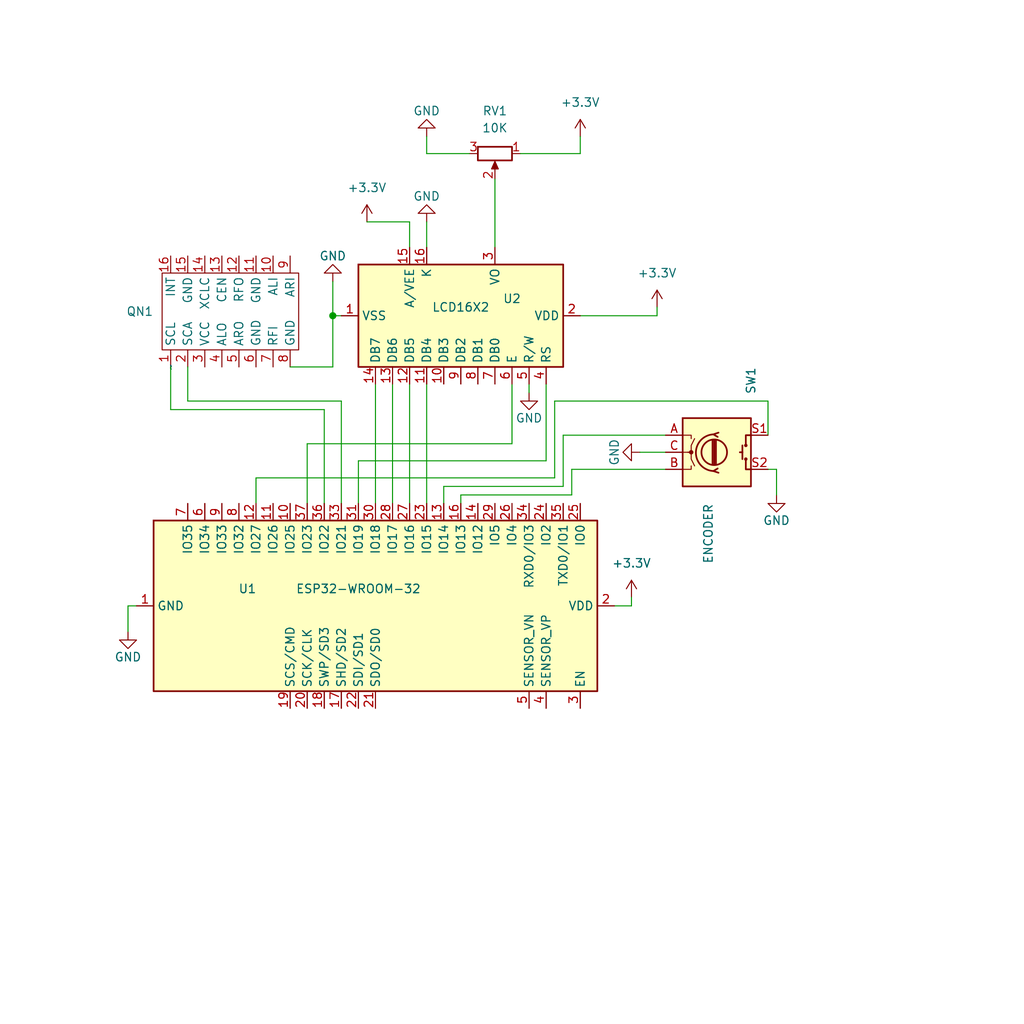
<source format=kicad_sch>
(kicad_sch (version 20230121) (generator eeschema)
  (paper "User" 152.4 152.4)
  (title_block (title "ESP32 WITH  LCD16x2, ENCODER AND QN8066") (company "Ricardo Lima Caratti"))
  (lib_symbols
    (symbol "Device:R_Potentiometer" (pin_names (offset 1.016) hide)
      (property "Reference" "RV" (at -4.445 0 90))
      (property "Value" "R_Potentiometer" (at -2.54 0 90))
      (symbol "R_Potentiometer_0_1"
        (polyline (pts (xy 2.54 0) (xy 1.524 0)))
        (polyline (pts (xy 1.143 0) (xy 2.286 0.508) (xy 2.286 -0.508) (xy 1.143 0)) (fill (type outline)))
        (rectangle (start 1.016 2.54) (end -1.016 -2.54) (stroke (width 0.254)))
      )
      (symbol "R_Potentiometer_1_1"
        (pin passive line (at 0 3.81 270) (length 1.27) (name "1") (number "1"))
        (pin passive line (at 3.81 0 180) (length 1.27) (name "2") (number "2"))
        (pin passive line (at 0 -3.81 90) (length 1.27) (name "3") (number "3"))
      )
    )
    (symbol "Device:RotaryEncoder_Switch" (pin_names (offset 0.254) hide)
      (property "Reference" "SW" (at 0 6.604 0))
      (property "Value" "RotaryEncoder_Switch" (at 0 -6.604 0))
      (symbol "RotaryEncoder_Switch_0_1"
        (rectangle (start -5.08 5.08) (end 5.08 -5.08) (stroke (width 0.254)) (fill (type background)))
        (circle (center -3.81 0) (radius 0.254) (fill (type outline)))
        (circle (center -0.381 0) (radius 1.905) (stroke (width 0.254)))
        (arc (start -0.381 2.667) (mid -3.0988 -0.0635) (end -0.381 -2.794) (stroke (width 0.254)))
        (polyline (pts (xy -0.635 -1.778) (xy -0.635 1.778)) (stroke (width 0.254)))
        (polyline (pts (xy -0.381 -1.778) (xy -0.381 1.778)) (stroke (width 0.254)))
        (polyline (pts (xy -0.127 1.778) (xy -0.127 -1.778)) (stroke (width 0.254)))
        (polyline (pts (xy 3.81 0) (xy 3.429 0)) (stroke (width 0.254)))
        (polyline (pts (xy 3.81 1.016) (xy 3.81 -1.016)) (stroke (width 0.254)))
        (polyline (pts (xy -5.08 -2.54) (xy -3.81 -2.54) (xy -3.81 -2.032)))
        (polyline (pts (xy -5.08 2.54) (xy -3.81 2.54) (xy -3.81 2.032)))
        (polyline (pts (xy 0.254 -3.048) (xy -0.508 -2.794) (xy 0.127 -2.413)) (stroke (width 0.254)))
        (polyline (pts (xy 0.254 2.921) (xy -0.508 2.667) (xy 0.127 2.286)) (stroke (width 0.254)))
        (polyline (pts (xy 5.08 -2.54) (xy 4.318 -2.54) (xy 4.318 -1.016)) (stroke (width 0.254)))
        (polyline (pts (xy 5.08 2.54) (xy 4.318 2.54) (xy 4.318 1.016)) (stroke (width 0.254)))
        (polyline (pts (xy -5.08 0) (xy -3.81 0) (xy -3.81 -1.016) (xy -3.302 -2.032)))
        (polyline (pts (xy -4.318 0) (xy -3.81 0) (xy -3.81 1.016) (xy -3.302 2.032)))
        (circle (center 4.318 -1.016) (radius 0.127) (stroke (width 0.254)))
        (circle (center 4.318 1.016) (radius 0.127) (stroke (width 0.254)))
      )
      (symbol "RotaryEncoder_Switch_1_1"
        (pin passive line (at -7.62 2.54 0) (length 2.54) (name "A") (number "A"))
        (pin passive line (at -7.62 -2.54 0) (length 2.54) (name "B") (number "B"))
        (pin passive line (at -7.62 0 0) (length 2.54) (name "C") (number "C"))
        (pin passive line (at 7.62 2.54 180) (length 2.54) (name "S1") (number "S1"))
        (pin passive line (at 7.62 -2.54 180) (length 2.54) (name "S2") (number "S2"))
      )
    )
    (symbol "Display_Character:RC1602A"
      (property "Reference" "U" (at -6.35 16.51 0))
      (property "Value" "RC1602A" (at 2.794 16.51 0))
      (symbol "RC1602A_0_1"
        (rectangle (start -7.62 15.24) (end 7.62 -15.24) (stroke (width 0.254)) (fill (type background)))
      )
      (symbol "RC1602A_1_1"
        (pin power_in line (at 0 -17.78 90) (length 2.54) (name "VSS") (number "1"))
        (pin bidirectional line (at -10.16 -2.54 0) (length 2.54) (name "DB3") (number "10"))
        (pin bidirectional line (at -10.16 -5.08 0) (length 2.54) (name "DB4") (number "11"))
        (pin bidirectional line (at -10.16 -7.62 0) (length 2.54) (name "DB5") (number "12"))
        (pin bidirectional line (at -10.16 -10.16 0) (length 2.54) (name "DB6") (number "13"))
        (pin bidirectional line (at -10.16 -12.7 0) (length 2.54) (name "DB7") (number "14"))
        (pin power_in line (at 10.16 -7.62 180) (length 2.54) (name "A/VEE") (number "15"))
        (pin power_in line (at 10.16 -5.08 180) (length 2.54) (name "K") (number "16"))
        (pin power_in line (at 0 17.78 270) (length 2.54) (name "VDD") (number "2"))
        (pin power_in line (at 10.16 5.08 180) (length 2.54) (name "VO") (number "3"))
        (pin input line (at -10.16 12.7 0) (length 2.54) (name "RS") (number "4"))
        (pin input line (at -10.16 10.16 0) (length 2.54) (name "R/W") (number "5"))
        (pin input line (at -10.16 7.62 0) (length 2.54) (name "E") (number "6"))
        (pin bidirectional line (at -10.16 5.08 0) (length 2.54) (name "DB0") (number "7"))
        (pin bidirectional line (at -10.16 2.54 0) (length 2.54) (name "DB1") (number "8"))
        (pin bidirectional line (at -10.16 0 0) (length 2.54) (name "DB2") (number "9"))
      )
    )
    (symbol "QN8066:QN8066"
      (property "Reference" "QN8066" (at 0 15.24 0))
      (symbol "QN8066_0_1"
        (rectangle (start -6.35 13.97) (end 5.08 -6.35))
      )
      (symbol "QN8066_1_1"
        (pin input line (at -8.89 12.7 0) (length 2.54) (name "SCL") (number "1"))
        (pin input line (at 7.62 -2.54 180) (length 2.54) (name "ALI") (number "10"))
        (pin passive line (at 7.62 0 180) (length 2.54) (name "GND") (number "11"))
        (pin output line (at 7.62 2.54 180) (length 2.54) (name "RFO") (number "12"))
        (pin input line (at 7.62 5.08 180) (length 2.54) (name "CEN") (number "13"))
        (pin input line (at 7.62 7.62 180) (length 2.54) (name "XCLC") (number "14"))
        (pin passive line (at 7.62 10.16 180) (length 2.54) (name "GND") (number "15"))
        (pin output line (at 7.62 12.7 180) (length 2.54) (name "INT") (number "16"))
        (pin bidirectional line (at -8.89 10.16 0) (length 2.54) (name "SCA") (number "2"))
        (pin power_in line (at -8.89 7.62 0) (length 2.54) (name "VCC") (number "3"))
        (pin output line (at -8.89 5.08 0) (length 2.54) (name "ALO") (number "4"))
        (pin output line (at -8.89 2.54 0) (length 2.54) (name "ARO") (number "5"))
        (pin passive line (at -8.89 0 0) (length 2.54) (name "GND") (number "6"))
        (pin input line (at -8.89 -2.54 0) (length 2.54) (name "RFI") (number "7"))
        (pin passive line (at -8.89 -5.08 0) (length 2.54) (name "GND") (number "8"))
        (pin input line (at 7.62 -5.08 180) (length 2.54) (name "ARI") (number "9"))
      )
    )
    (symbol "RF_Module:ESP32-WROOM-32"
      (property "Reference" "U" (at -12.7 34.29 0))
      (property "Value" "ESP32-WROOM-32" (at 1.27 34.29 0))
      (symbol "ESP32-WROOM-32_0_1"
        (rectangle (start -12.7 33.02) (end 12.7 -33.02) (stroke (width 0.254)) (fill (type background)))
      )
      (symbol "ESP32-WROOM-32_1_1"
        (pin power_in line (at 0 -35.56 90) (length 2.54) (name "GND") (number "1"))
        (pin bidirectional line (at 15.24 -12.7 180) (length 2.54) (name "IO25") (number "10"))
        (pin bidirectional line (at 15.24 -15.24 180) (length 2.54) (name "IO26") (number "11"))
        (pin bidirectional line (at 15.24 -17.78 180) (length 2.54) (name "IO27") (number "12"))
        (pin bidirectional line (at 15.24 10.16 180) (length 2.54) (name "IO14") (number "13"))
        (pin bidirectional line (at 15.24 15.24 180) (length 2.54) (name "IO12") (number "14"))
        (pin passive line (at 0 -35.56 90) (length 2.54) hide (name "GND") (number "15"))
        (pin bidirectional line (at 15.24 12.7 180) (length 2.54) (name "IO13") (number "16"))
        (pin bidirectional line (at -15.24 -5.08 0) (length 2.54) (name "SHD/SD2") (number "17"))
        (pin bidirectional line (at -15.24 -7.62 0) (length 2.54) (name "SWP/SD3") (number "18"))
        (pin bidirectional line (at -15.24 -12.7 0) (length 2.54) (name "SCS/CMD") (number "19"))
        (pin power_in line (at 0 35.56 270) (length 2.54) (name "VDD") (number "2"))
        (pin bidirectional line (at -15.24 -10.16 0) (length 2.54) (name "SCK/CLK") (number "20"))
        (pin bidirectional line (at -15.24 0 0) (length 2.54) (name "SDO/SD0") (number "21"))
        (pin bidirectional line (at -15.24 -2.54 0) (length 2.54) (name "SDI/SD1") (number "22"))
        (pin bidirectional line (at 15.24 7.62 180) (length 2.54) (name "IO15") (number "23"))
        (pin bidirectional line (at 15.24 25.4 180) (length 2.54) (name "IO2") (number "24"))
        (pin bidirectional line (at 15.24 30.48 180) (length 2.54) (name "IO0") (number "25"))
        (pin bidirectional line (at 15.24 20.32 180) (length 2.54) (name "IO4") (number "26"))
        (pin bidirectional line (at 15.24 5.08 180) (length 2.54) (name "IO16") (number "27"))
        (pin bidirectional line (at 15.24 2.54 180) (length 2.54) (name "IO17") (number "28"))
        (pin bidirectional line (at 15.24 17.78 180) (length 2.54) (name "IO5") (number "29"))
        (pin input line (at -15.24 30.48 0) (length 2.54) (name "EN") (number "3"))
        (pin bidirectional line (at 15.24 0 180) (length 2.54) (name "IO18") (number "30"))
        (pin bidirectional line (at 15.24 -2.54 180) (length 2.54) (name "IO19") (number "31"))
        (pin no_connect line (at -12.7 -27.94 0) (length 2.54) hide (name "NC") (number "32"))
        (pin bidirectional line (at 15.24 -5.08 180) (length 2.54) (name "IO21") (number "33"))
        (pin bidirectional line (at 15.24 22.86 180) (length 2.54) (name "RXD0/IO3") (number "34"))
        (pin bidirectional line (at 15.24 27.94 180) (length 2.54) (name "TXD0/IO1") (number "35"))
        (pin bidirectional line (at 15.24 -7.62 180) (length 2.54) (name "IO22") (number "36"))
        (pin bidirectional line (at 15.24 -10.16 180) (length 2.54) (name "IO23") (number "37"))
        (pin passive line (at 0 -35.56 90) (length 2.54) hide (name "GND") (number "38"))
        (pin passive line (at 0 -35.56 90) (length 2.54) hide (name "GND") (number "39"))
        (pin input line (at -15.24 25.4 0) (length 2.54) (name "SENSOR_VP") (number "4"))
        (pin input line (at -15.24 22.86 0) (length 2.54) (name "SENSOR_VN") (number "5"))
        (pin input line (at 15.24 -25.4 180) (length 2.54) (name "IO34") (number "6"))
        (pin input line (at 15.24 -27.94 180) (length 2.54) (name "IO35") (number "7"))
        (pin bidirectional line (at 15.24 -20.32 180) (length 2.54) (name "IO32") (number "8"))
        (pin bidirectional line (at 15.24 -22.86 180) (length 2.54) (name "IO33") (number "9"))
      )
    )
    (symbol "power:+3.3V" (power) (pin_names (offset 0))
      (property "Value" "+3.3V" (at 0 3.556 0))
      (symbol "+3.3V_0_1"
        (polyline (pts (xy -0.762 1.27) (xy 0 2.54)))
        (polyline (pts (xy 0 0) (xy 0 2.54)))
        (polyline (pts (xy 0 2.54) (xy 0.762 1.27)))
      )
      (symbol "+3.3V_1_1"
        (pin power_in line (at 0 0 90) (length 0) hide (name "+3.3V") (number "1"))
      )
    )
    (symbol "power:GND" (power) (pin_names (offset 0))
      (property "Value" "GND" (at 0 -3.81 0))
      (symbol "GND_0_1"
        (polyline (pts (xy 0 0) (xy 0 -1.27) (xy 1.27 -1.27) (xy 0 -2.54) (xy -1.27 -1.27) (xy 0 -1.27)))
      )
      (symbol "GND_1_1"
        (pin power_in line (at 0 0 270) (length 0) hide (name "GND") (number "1"))
      )
    )
  )
  (junction (at 49.53 46.99))
  (wire (pts (xy 86.36 46.99) (xy 97.79 46.99)))
  (wire (pts (xy 93.98 90.17) (xy 93.98 88.9)))
  (wire (pts (xy 66.04 72.39) (xy 83.82 72.39)))
  (wire (pts (xy 78.74 57.15) (xy 78.74 58.42)))
  (wire (pts (xy 99.06 69.85) (xy 85.09 69.85)))
  (wire (pts (xy 45.72 74.93) (xy 45.72 66.04)))
  (wire (pts (xy 86.36 20.32) (xy 86.36 22.86)))
  (wire (pts (xy 49.53 54.61) (xy 49.53 46.99)))
  (wire (pts (xy 53.34 68.58) (xy 53.34 74.93)))
  (wire (pts (xy 27.94 54.61) (xy 27.94 59.69)))
  (wire (pts (xy 55.88 57.15) (xy 55.88 74.93)))
  (wire (pts (xy 58.42 57.15) (xy 58.42 74.93)))
  (wire (pts (xy 63.5 20.32) (xy 63.5 22.86)))
  (wire (pts (xy 115.57 69.85) (xy 115.57 73.66)))
  (wire (pts (xy 114.3 64.77) (xy 114.3 59.69)))
  (wire (pts (xy 77.47 22.86) (xy 86.36 22.86)))
  (wire (pts (xy 85.09 73.66) (xy 68.58 73.66)))
  (wire (pts (xy 60.96 57.15) (xy 60.96 74.93)))
  (wire (pts (xy 25.4 54.61) (xy 25.4 60.96)))
  (wire (pts (xy 83.82 64.77) (xy 99.06 64.77)))
  (wire (pts (xy 81.28 57.15) (xy 81.28 68.58)))
  (wire (pts (xy 19.05 93.98) (xy 19.05 90.17)))
  (wire (pts (xy 73.66 26.67) (xy 73.66 36.83)))
  (wire (pts (xy 95.25 67.31) (xy 99.06 67.31)))
  (wire (pts (xy 49.53 41.91) (xy 49.53 46.99)))
  (wire (pts (xy 54.61 33.02) (xy 60.96 33.02)))
  (wire (pts (xy 48.26 60.96) (xy 48.26 74.93)))
  (wire (pts (xy 43.18 54.61) (xy 49.53 54.61)))
  (wire (pts (xy 81.28 68.58) (xy 53.34 68.58)))
  (wire (pts (xy 63.5 57.15) (xy 63.5 74.93)))
  (wire (pts (xy 27.94 59.69) (xy 50.8 59.69)))
  (wire (pts (xy 49.53 46.99) (xy 50.8 46.99)))
  (wire (pts (xy 82.55 59.69) (xy 82.55 71.12)))
  (wire (pts (xy 63.5 33.02) (xy 63.5 36.83)))
  (wire (pts (xy 82.55 71.12) (xy 38.1 71.12)))
  (wire (pts (xy 19.05 90.17) (xy 20.32 90.17)))
  (wire (pts (xy 25.4 60.96) (xy 48.26 60.96)))
  (wire (pts (xy 66.04 74.93) (xy 66.04 72.39)))
  (wire (pts (xy 85.09 69.85) (xy 85.09 73.66)))
  (wire (pts (xy 69.85 22.86) (xy 63.5 22.86)))
  (wire (pts (xy 45.72 66.04) (xy 76.2 66.04)))
  (wire (pts (xy 38.1 71.12) (xy 38.1 74.93)))
  (wire (pts (xy 76.2 66.04) (xy 76.2 57.15)))
  (wire (pts (xy 83.82 72.39) (xy 83.82 64.77)))
  (wire (pts (xy 114.3 59.69) (xy 82.55 59.69)))
  (wire (pts (xy 91.44 90.17) (xy 93.98 90.17)))
  (wire (pts (xy 60.96 36.83) (xy 60.96 33.02)))
  (wire (pts (xy 114.3 69.85) (xy 115.57 69.85)))
  (wire (pts (xy 50.8 59.69) (xy 50.8 74.93)))
  (wire (pts (xy 68.58 73.66) (xy 68.58 74.93)))
  (wire (pts (xy 97.79 46.99) (xy 97.79 45.72)))
  (symbol (lib_id "power:+3.3V") (at 97.79 45.72 0) (unit 1)
    (property "Reference" "#PWR03" (effects hide))
    (property "Value" "+3.3V" (at 97.79 40.64 0))
  )
  (symbol (lib_id "Display_Character:RC1602A") (at 68.58 46.99 270) (mirror x) (unit 1)
    (property "Reference" "U2" (at 76.2 44.45 90))
    (property "Value" "LCD16X2" (at 68.58 45.72 90))
    (property "Footprint" "Display:RC1602A" (effects hide))
    (property "Datasheet" "http://www.raystar-optronics.com/down.php?ProID=18" (effects hide))
  )
  (symbol (lib_id "power:+3.3V") (at 86.36 20.32 0) (unit 1)
    (property "Reference" "#PWR04" (effects hide))
    (property "Value" "+3.3V" (at 86.36 15.24 0))
  )
  (symbol (lib_id "power:GND") (at 115.57 73.66 0) (unit 1)
    (property "Reference" "#PWR09" (effects hide))
    (property "Value" "GND" (at 115.57 77.47 0))
  )
  (symbol (lib_id "Device:RotaryEncoder_Switch") (at 106.68 67.31 0) (unit 1)
    (property "Reference" "SW1" (at 111.76 54.61 90) (effects (justify right)))
    (property "Value" "ENCODER" (at 105.41 74.93 90) (effects (justify right)))
  )
  (symbol (lib_id "power:GND") (at 63.5 33.02 180) (unit 1)
    (property "Reference" "#PWR06" (effects hide))
    (property "Value" "GND" (at 63.5 29.21 0))
  )
  (symbol (lib_id "power:GND") (at 95.25 67.31 270) (unit 1)
    (property "Reference" "#PWR08" (effects hide))
    (property "Value" "GND" (at 91.44 67.31 0))
  )
  (symbol (lib_id "power:GND") (at 49.53 41.91 180) (unit 1)
    (property "Reference" "#PWR02" (effects hide))
    (property "Value" "GND" (at 49.53 38.1 0))
  )
  (symbol (lib_id "power:GND") (at 63.5 20.32 180) (unit 1)
    (property "Reference" "#PWR05" (effects hide))
    (property "Value" "GND" (at 63.5 16.51 0))
  )
  (symbol (lib_id "QN8066:QN8066") (at 38.1 45.72 90) (unit 1)
    (property "Reference" "QN1" (at 22.86 46.355 90) (effects (justify left)))
    (property "Value" "~" (at 25.4 54.61 0))
  )
  (symbol (lib_id "power:+3.3V") (at 93.98 88.9 0) (unit 1)
    (property "Reference" "#PWR011" (effects hide))
    (property "Value" "+3.3V" (at 93.98 83.82 0))
  )
  (symbol (lib_id "power:+3.3V") (at 54.61 33.02 0) (unit 1)
    (property "Reference" "#PWR07" (effects hide))
    (property "Value" "+3.3V" (at 54.61 27.94 0))
  )
  (symbol (lib_id "power:GND") (at 78.74 58.42 0) (unit 1)
    (property "Reference" "#PWR01" (effects hide))
    (property "Value" "GND" (at 78.74 62.23 0))
  )
  (symbol (lib_id "Device:R_Potentiometer") (at 73.66 22.86 270) (unit 1)
    (property "Reference" "RV1" (at 73.66 16.51 90))
    (property "Value" "10K" (at 73.66 19.05 90))
  )
  (symbol (lib_id "power:GND") (at 19.05 93.98 0) (unit 1)
    (property "Reference" "#PWR010" (effects hide))
    (property "Value" "GND" (at 19.05 97.79 0))
  )
  (symbol (lib_id "RF_Module:ESP32-WROOM-32") (at 55.88 90.17 270) (mirror x) (unit 1)
    (property "Reference" "U1" (at 36.83 87.63 90))
    (property "Value" "ESP32-WROOM-32" (at 53.34 87.63 90))
    (property "Footprint" "RF_Module:ESP32-WROOM-32" (effects hide))
    (property "Datasheet" "https://www.espressif.com/sites/default/files/documentation/esp32-wroom-32_datasheet_en.pdf" (effects hide))
  )
)
</source>
